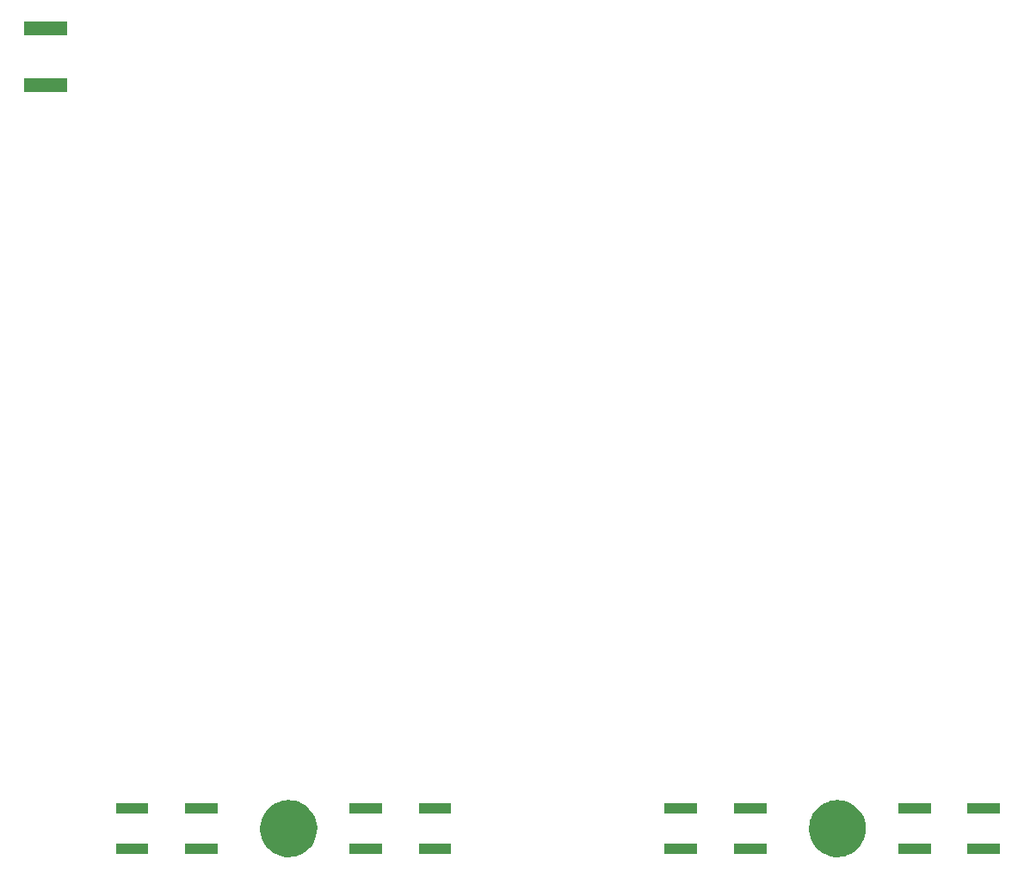
<source format=gbr>
G04 #@! TF.GenerationSoftware,KiCad,Pcbnew,(5.99.0-263-g133772e96)*
G04 #@! TF.CreationDate,2019-11-01T12:35:40+01:00*
G04 #@! TF.ProjectId,pocasicko,706f6361-7369-4636-9b6f-2e6b69636164,1*
G04 #@! TF.SameCoordinates,Original*
G04 #@! TF.FileFunction,Soldermask,Top*
G04 #@! TF.FilePolarity,Negative*
%FSLAX46Y46*%
G04 Gerber Fmt 4.6, Leading zero omitted, Abs format (unit mm)*
G04 Created by KiCad (PCBNEW (5.99.0-263-g133772e96)) date 2019-11-01 12:35:40*
%MOMM*%
%LPD*%
G04 APERTURE LIST*
G04 APERTURE END LIST*
G36*
X126307792Y-131212010D02*
G01*
X126630969Y-131266962D01*
X126945529Y-131359244D01*
X127247174Y-131487595D01*
X127531772Y-131650256D01*
X127795465Y-131845023D01*
X128034620Y-132069212D01*
X128245996Y-132319784D01*
X128426686Y-132593295D01*
X128574236Y-132886029D01*
X128686623Y-133193973D01*
X128762316Y-133512936D01*
X128800128Y-133837254D01*
X128800127Y-133837270D01*
X128800275Y-133838537D01*
X128775547Y-134404908D01*
X128775288Y-134406162D01*
X128775288Y-134406172D01*
X128709352Y-134725970D01*
X128606150Y-135037116D01*
X128467352Y-135334092D01*
X128294851Y-135612848D01*
X128091009Y-135869574D01*
X127858603Y-136100766D01*
X127600810Y-136303264D01*
X127321154Y-136474303D01*
X127023449Y-136611547D01*
X126711779Y-136713115D01*
X126390371Y-136777631D01*
X126063636Y-136804206D01*
X125736032Y-136792480D01*
X125412033Y-136742611D01*
X125096068Y-136655284D01*
X124792446Y-136531687D01*
X124505321Y-136373512D01*
X124238605Y-136182913D01*
X123995954Y-135962505D01*
X123780674Y-135715290D01*
X123595710Y-135444650D01*
X123443580Y-135154271D01*
X123326368Y-134848124D01*
X123245676Y-134530399D01*
X123202604Y-134205424D01*
X123197741Y-133877658D01*
X123231155Y-133551537D01*
X123302384Y-133231565D01*
X123410459Y-132922085D01*
X123553910Y-132627315D01*
X123730766Y-132351303D01*
X123938617Y-132097811D01*
X124174626Y-131870297D01*
X124435565Y-131671875D01*
X124717869Y-131505253D01*
X125017698Y-131372700D01*
X125330928Y-131276038D01*
X125653304Y-131216581D01*
X125980426Y-131195140D01*
X126307792Y-131212010D01*
G37*
G36*
X180307792Y-131212010D02*
G01*
X180630969Y-131266962D01*
X180945529Y-131359244D01*
X181247174Y-131487595D01*
X181531772Y-131650256D01*
X181795465Y-131845023D01*
X182034620Y-132069212D01*
X182245996Y-132319784D01*
X182426686Y-132593295D01*
X182574236Y-132886029D01*
X182686623Y-133193973D01*
X182762316Y-133512936D01*
X182800128Y-133837254D01*
X182800127Y-133837270D01*
X182800275Y-133838537D01*
X182775547Y-134404908D01*
X182775288Y-134406162D01*
X182775288Y-134406172D01*
X182709352Y-134725970D01*
X182606150Y-135037116D01*
X182467352Y-135334092D01*
X182294851Y-135612848D01*
X182091009Y-135869574D01*
X181858603Y-136100766D01*
X181600810Y-136303264D01*
X181321154Y-136474303D01*
X181023449Y-136611547D01*
X180711779Y-136713115D01*
X180390371Y-136777631D01*
X180063636Y-136804206D01*
X179736032Y-136792480D01*
X179412033Y-136742611D01*
X179096068Y-136655284D01*
X178792446Y-136531687D01*
X178505321Y-136373512D01*
X178238605Y-136182913D01*
X177995954Y-135962505D01*
X177780674Y-135715290D01*
X177595710Y-135444650D01*
X177443580Y-135154271D01*
X177326368Y-134848124D01*
X177245676Y-134530399D01*
X177202604Y-134205424D01*
X177197741Y-133877658D01*
X177231155Y-133551537D01*
X177302384Y-133231565D01*
X177410459Y-132922085D01*
X177553910Y-132627315D01*
X177730766Y-132351303D01*
X177938617Y-132097811D01*
X178174626Y-131870297D01*
X178435565Y-131671875D01*
X178717869Y-131505253D01*
X179017698Y-131372700D01*
X179330928Y-131276038D01*
X179653304Y-131216581D01*
X179980426Y-131195140D01*
X180307792Y-131212010D01*
G37*
G36*
X195999994Y-135500000D02*
G01*
X196000000Y-135500000D01*
X196000000Y-135500006D01*
X196001175Y-135505910D01*
X196001175Y-136494090D01*
X196000000Y-136499994D01*
X196000000Y-136500000D01*
X195999994Y-136500000D01*
X195994090Y-136501175D01*
X192805910Y-136501175D01*
X192800006Y-136500000D01*
X192800000Y-136500000D01*
X192800000Y-136499994D01*
X192798825Y-136494090D01*
X192798825Y-135505910D01*
X192800000Y-135500006D01*
X192800000Y-135500000D01*
X192800006Y-135500000D01*
X192805910Y-135498825D01*
X195994090Y-135498825D01*
X195999994Y-135500000D01*
G37*
G36*
X189199994Y-135500000D02*
G01*
X189200000Y-135500000D01*
X189200000Y-135500006D01*
X189201175Y-135505910D01*
X189201175Y-136494090D01*
X189200000Y-136499994D01*
X189200000Y-136500000D01*
X189199994Y-136500000D01*
X189194090Y-136501175D01*
X186005910Y-136501175D01*
X186000006Y-136500000D01*
X186000000Y-136500000D01*
X186000000Y-136499994D01*
X185998825Y-136494090D01*
X185998825Y-135505910D01*
X186000000Y-135500006D01*
X186000000Y-135500000D01*
X186000006Y-135500000D01*
X186005910Y-135498825D01*
X189194090Y-135498825D01*
X189199994Y-135500000D01*
G37*
G36*
X172999994Y-135500000D02*
G01*
X173000000Y-135500000D01*
X173000000Y-135500006D01*
X173001175Y-135505910D01*
X173001175Y-136494090D01*
X173000000Y-136499994D01*
X173000000Y-136500000D01*
X172999994Y-136500000D01*
X172994090Y-136501175D01*
X169805910Y-136501175D01*
X169800006Y-136500000D01*
X169800000Y-136500000D01*
X169800000Y-136499994D01*
X169798825Y-136494090D01*
X169798825Y-135505910D01*
X169800000Y-135500006D01*
X169800000Y-135500000D01*
X169800006Y-135500000D01*
X169805910Y-135498825D01*
X172994090Y-135498825D01*
X172999994Y-135500000D01*
G37*
G36*
X166199994Y-135500000D02*
G01*
X166200000Y-135500000D01*
X166200000Y-135500006D01*
X166201175Y-135505910D01*
X166201175Y-136494090D01*
X166200000Y-136499994D01*
X166200000Y-136500000D01*
X166199994Y-136500000D01*
X166194090Y-136501175D01*
X163005910Y-136501175D01*
X163000006Y-136500000D01*
X163000000Y-136500000D01*
X163000000Y-136499994D01*
X162998825Y-136494090D01*
X162998825Y-135505910D01*
X163000000Y-135500006D01*
X163000000Y-135500000D01*
X163000006Y-135500000D01*
X163005910Y-135498825D01*
X166194090Y-135498825D01*
X166199994Y-135500000D01*
G37*
G36*
X141999994Y-135500000D02*
G01*
X142000000Y-135500000D01*
X142000000Y-135500006D01*
X142001175Y-135505910D01*
X142001175Y-136494090D01*
X142000000Y-136499994D01*
X142000000Y-136500000D01*
X141999994Y-136500000D01*
X141994090Y-136501175D01*
X138805910Y-136501175D01*
X138800006Y-136500000D01*
X138800000Y-136500000D01*
X138800000Y-136499994D01*
X138798825Y-136494090D01*
X138798825Y-135505910D01*
X138800000Y-135500006D01*
X138800000Y-135500000D01*
X138800006Y-135500000D01*
X138805910Y-135498825D01*
X141994090Y-135498825D01*
X141999994Y-135500000D01*
G37*
G36*
X135199994Y-135500000D02*
G01*
X135200000Y-135500000D01*
X135200000Y-135500006D01*
X135201175Y-135505910D01*
X135201175Y-136494090D01*
X135200000Y-136499994D01*
X135200000Y-136500000D01*
X135199994Y-136500000D01*
X135194090Y-136501175D01*
X132005910Y-136501175D01*
X132000006Y-136500000D01*
X132000000Y-136500000D01*
X132000000Y-136499994D01*
X131998825Y-136494090D01*
X131998825Y-135505910D01*
X132000000Y-135500006D01*
X132000000Y-135500000D01*
X132000006Y-135500000D01*
X132005910Y-135498825D01*
X135194090Y-135498825D01*
X135199994Y-135500000D01*
G37*
G36*
X118999994Y-135500000D02*
G01*
X119000000Y-135500000D01*
X119000000Y-135500006D01*
X119001175Y-135505910D01*
X119001175Y-136494090D01*
X119000000Y-136499994D01*
X119000000Y-136500000D01*
X118999994Y-136500000D01*
X118994090Y-136501175D01*
X115805910Y-136501175D01*
X115800006Y-136500000D01*
X115800000Y-136500000D01*
X115800000Y-136499994D01*
X115798825Y-136494090D01*
X115798825Y-135505910D01*
X115800000Y-135500006D01*
X115800000Y-135500000D01*
X115800006Y-135500000D01*
X115805910Y-135498825D01*
X118994090Y-135498825D01*
X118999994Y-135500000D01*
G37*
G36*
X112199994Y-135500000D02*
G01*
X112200000Y-135500000D01*
X112200000Y-135500006D01*
X112201175Y-135505910D01*
X112201175Y-136494090D01*
X112200000Y-136499994D01*
X112200000Y-136500000D01*
X112199994Y-136500000D01*
X112194090Y-136501175D01*
X109005910Y-136501175D01*
X109000006Y-136500000D01*
X109000000Y-136500000D01*
X109000000Y-136499994D01*
X108998825Y-136494090D01*
X108998825Y-135505910D01*
X109000000Y-135500006D01*
X109000000Y-135500000D01*
X109000006Y-135500000D01*
X109005910Y-135498825D01*
X112194090Y-135498825D01*
X112199994Y-135500000D01*
G37*
G36*
X112199994Y-131500000D02*
G01*
X112200000Y-131500000D01*
X112200000Y-131500006D01*
X112201175Y-131505910D01*
X112201175Y-132494090D01*
X112200000Y-132499994D01*
X112200000Y-132500000D01*
X112199994Y-132500000D01*
X112194090Y-132501175D01*
X109005910Y-132501175D01*
X109000006Y-132500000D01*
X109000000Y-132500000D01*
X109000000Y-132499994D01*
X108998825Y-132494090D01*
X108998825Y-131505910D01*
X109000000Y-131500006D01*
X109000000Y-131500000D01*
X109000006Y-131500000D01*
X109005910Y-131498825D01*
X112194090Y-131498825D01*
X112199994Y-131500000D01*
G37*
G36*
X195999994Y-131500000D02*
G01*
X196000000Y-131500000D01*
X196000000Y-131500006D01*
X196001175Y-131505910D01*
X196001175Y-132494090D01*
X196000000Y-132499994D01*
X196000000Y-132500000D01*
X195999994Y-132500000D01*
X195994090Y-132501175D01*
X192805910Y-132501175D01*
X192800006Y-132500000D01*
X192800000Y-132500000D01*
X192800000Y-132499994D01*
X192798825Y-132494090D01*
X192798825Y-131505910D01*
X192800000Y-131500006D01*
X192800000Y-131500000D01*
X192800006Y-131500000D01*
X192805910Y-131498825D01*
X195994090Y-131498825D01*
X195999994Y-131500000D01*
G37*
G36*
X189199994Y-131500000D02*
G01*
X189200000Y-131500000D01*
X189200000Y-131500006D01*
X189201175Y-131505910D01*
X189201175Y-132494090D01*
X189200000Y-132499994D01*
X189200000Y-132500000D01*
X189199994Y-132500000D01*
X189194090Y-132501175D01*
X186005910Y-132501175D01*
X186000006Y-132500000D01*
X186000000Y-132500000D01*
X186000000Y-132499994D01*
X185998825Y-132494090D01*
X185998825Y-131505910D01*
X186000000Y-131500006D01*
X186000000Y-131500000D01*
X186000006Y-131500000D01*
X186005910Y-131498825D01*
X189194090Y-131498825D01*
X189199994Y-131500000D01*
G37*
G36*
X172999994Y-131500000D02*
G01*
X173000000Y-131500000D01*
X173000000Y-131500006D01*
X173001175Y-131505910D01*
X173001175Y-132494090D01*
X173000000Y-132499994D01*
X173000000Y-132500000D01*
X172999994Y-132500000D01*
X172994090Y-132501175D01*
X169805910Y-132501175D01*
X169800006Y-132500000D01*
X169800000Y-132500000D01*
X169800000Y-132499994D01*
X169798825Y-132494090D01*
X169798825Y-131505910D01*
X169800000Y-131500006D01*
X169800000Y-131500000D01*
X169800006Y-131500000D01*
X169805910Y-131498825D01*
X172994090Y-131498825D01*
X172999994Y-131500000D01*
G37*
G36*
X166199994Y-131500000D02*
G01*
X166200000Y-131500000D01*
X166200000Y-131500006D01*
X166201175Y-131505910D01*
X166201175Y-132494090D01*
X166200000Y-132499994D01*
X166200000Y-132500000D01*
X166199994Y-132500000D01*
X166194090Y-132501175D01*
X163005910Y-132501175D01*
X163000006Y-132500000D01*
X163000000Y-132500000D01*
X163000000Y-132499994D01*
X162998825Y-132494090D01*
X162998825Y-131505910D01*
X163000000Y-131500006D01*
X163000000Y-131500000D01*
X163000006Y-131500000D01*
X163005910Y-131498825D01*
X166194090Y-131498825D01*
X166199994Y-131500000D01*
G37*
G36*
X141999994Y-131500000D02*
G01*
X142000000Y-131500000D01*
X142000000Y-131500006D01*
X142001175Y-131505910D01*
X142001175Y-132494090D01*
X142000000Y-132499994D01*
X142000000Y-132500000D01*
X141999994Y-132500000D01*
X141994090Y-132501175D01*
X138805910Y-132501175D01*
X138800006Y-132500000D01*
X138800000Y-132500000D01*
X138800000Y-132499994D01*
X138798825Y-132494090D01*
X138798825Y-131505910D01*
X138800000Y-131500006D01*
X138800000Y-131500000D01*
X138800006Y-131500000D01*
X138805910Y-131498825D01*
X141994090Y-131498825D01*
X141999994Y-131500000D01*
G37*
G36*
X135199994Y-131500000D02*
G01*
X135200000Y-131500000D01*
X135200000Y-131500006D01*
X135201175Y-131505910D01*
X135201175Y-132494090D01*
X135200000Y-132499994D01*
X135200000Y-132500000D01*
X135199994Y-132500000D01*
X135194090Y-132501175D01*
X132005910Y-132501175D01*
X132000006Y-132500000D01*
X132000000Y-132500000D01*
X132000000Y-132499994D01*
X131998825Y-132494090D01*
X131998825Y-131505910D01*
X132000000Y-131500006D01*
X132000000Y-131500000D01*
X132000006Y-131500000D01*
X132005910Y-131498825D01*
X135194090Y-131498825D01*
X135199994Y-131500000D01*
G37*
G36*
X118999994Y-131500000D02*
G01*
X119000000Y-131500000D01*
X119000000Y-131500006D01*
X119001175Y-131505910D01*
X119001175Y-132494090D01*
X119000000Y-132499994D01*
X119000000Y-132500000D01*
X118999994Y-132500000D01*
X118994090Y-132501175D01*
X115805910Y-132501175D01*
X115800006Y-132500000D01*
X115800000Y-132500000D01*
X115800000Y-132499994D01*
X115798825Y-132494090D01*
X115798825Y-131505910D01*
X115800000Y-131500006D01*
X115800000Y-131500000D01*
X115800006Y-131500000D01*
X115805910Y-131498825D01*
X118994090Y-131498825D01*
X118999994Y-131500000D01*
G37*
G36*
X104199994Y-60150000D02*
G01*
X104200000Y-60150000D01*
X104200000Y-60150006D01*
X104201175Y-60155910D01*
X104201175Y-61494090D01*
X104200000Y-61499994D01*
X104200000Y-61500000D01*
X104199994Y-61500000D01*
X104194090Y-61501175D01*
X100005910Y-61501175D01*
X100000006Y-61500000D01*
X100000000Y-61500000D01*
X100000000Y-61499994D01*
X99998825Y-61494090D01*
X99998825Y-60155910D01*
X100000000Y-60150006D01*
X100000000Y-60150000D01*
X100000006Y-60150000D01*
X100005910Y-60148825D01*
X104194090Y-60148825D01*
X104199994Y-60150000D01*
G37*
G36*
X104199994Y-54500000D02*
G01*
X104200000Y-54500000D01*
X104200000Y-54500006D01*
X104201175Y-54505910D01*
X104201175Y-55844090D01*
X104200000Y-55849994D01*
X104200000Y-55850000D01*
X104199994Y-55850000D01*
X104194090Y-55851175D01*
X100005910Y-55851175D01*
X100000006Y-55850000D01*
X100000000Y-55850000D01*
X100000000Y-55849994D01*
X99998825Y-55844090D01*
X99998825Y-54505910D01*
X100000000Y-54500006D01*
X100000000Y-54500000D01*
X100000006Y-54500000D01*
X100005910Y-54498825D01*
X104194090Y-54498825D01*
X104199994Y-54500000D01*
G37*
M02*

</source>
